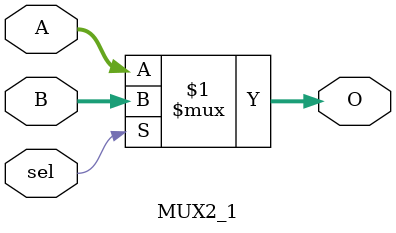
<source format=v>
`timescale 1ns / 1ps

module MUX2_1(
    A,
    B,
    sel,
    O
    );
    parameter N = 32;

    input [N-1:0] A;
    input [N-1:0] B;
    input sel;
    output [N-1:0] O;

    assign O = (sel) ? B : A;
endmodule

</source>
